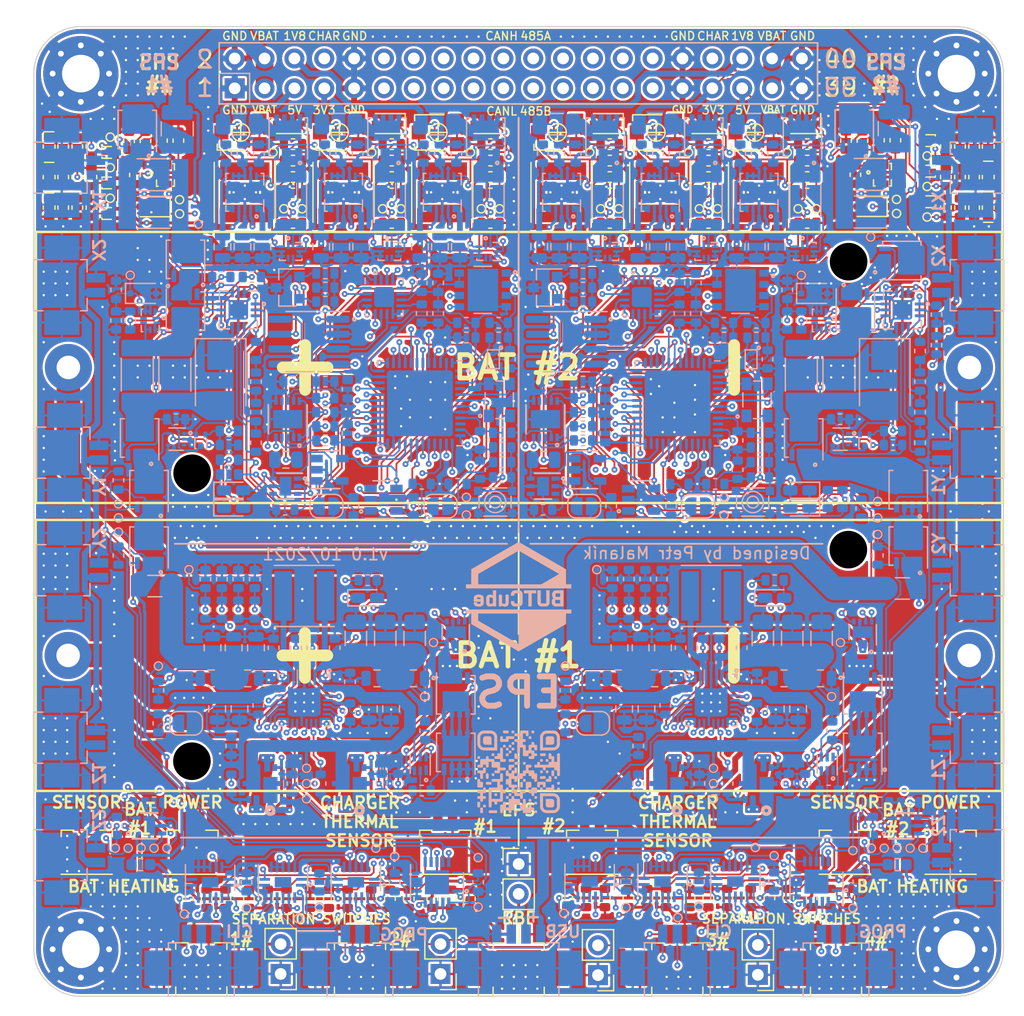
<source format=kicad_pcb>
(kicad_pcb (version 20210623) (generator pcbnew)

  (general
    (thickness 1)
  )

  (paper "A4")
  (title_block
    (title "BUTCube - EPS")
    (date "2021-08-20")
    (rev "v1.0")
    (company "VUT - FIT(STRaDe) & FME(IAE & IPE)")
    (comment 1 "Author: Petr Malaník")
  )

  (layers
    (0 "F.Cu" signal)
    (1 "In1.Cu" power)
    (2 "In2.Cu" mixed)
    (31 "B.Cu" signal)
    (32 "B.Adhes" user "B.Adhesive")
    (33 "F.Adhes" user "F.Adhesive")
    (34 "B.Paste" user)
    (35 "F.Paste" user)
    (36 "B.SilkS" user "B.Silkscreen")
    (37 "F.SilkS" user "F.Silkscreen")
    (38 "B.Mask" user)
    (39 "F.Mask" user)
    (40 "Dwgs.User" user "User.Drawings")
    (41 "Cmts.User" user "User.Comments")
    (42 "Eco1.User" user "User.Eco1")
    (43 "Eco2.User" user "User.Eco2")
    (44 "Edge.Cuts" user)
    (45 "Margin" user)
    (46 "B.CrtYd" user "B.Courtyard")
    (47 "F.CrtYd" user "F.Courtyard")
    (48 "B.Fab" user)
    (49 "F.Fab" user)
    (50 "User.1" user)
    (51 "User.2" user)
    (52 "User.3" user)
    (53 "User.4" user)
    (54 "User.5" user)
    (55 "User.6" user)
    (56 "User.7" user)
    (57 "User.8" user)
    (58 "User.9" user)
  )

  (setup
    (stackup
      (layer "F.SilkS" (type "Top Silk Screen"))
      (layer "F.Paste" (type "Top Solder Paste"))
      (layer "F.Mask" (type "Top Solder Mask") (color "Green") (thickness 0.01))
      (layer "F.Cu" (type "copper") (thickness 0.035))
      (layer "dielectric 1" (type "core") (thickness 0.28) (material "FR4") (epsilon_r 4.5) (loss_tangent 0.02))
      (layer "In1.Cu" (type "copper") (thickness 0.035))
      (layer "dielectric 2" (type "prepreg") (thickness 0.28) (material "FR4") (epsilon_r 4.5) (loss_tangent 0.02))
      (layer "In2.Cu" (type "copper") (thickness 0.035))
      (layer "dielectric 3" (type "core") (thickness 0.28) (material "FR4") (epsilon_r 4.5) (loss_tangent 0.02))
      (layer "B.Cu" (type "copper") (thickness 0.035))
      (layer "B.Mask" (type "Bottom Solder Mask") (color "Green") (thickness 0.01))
      (layer "B.Paste" (type "Bottom Solder Paste"))
      (layer "B.SilkS" (type "Bottom Silk Screen"))
      (copper_finish "Immersion gold")
      (dielectric_constraints no)
    )
    (pad_to_mask_clearance 0)
    (pcbplotparams
      (layerselection 0x00010f0_ffffffff)
      (disableapertmacros false)
      (usegerberextensions true)
      (usegerberattributes false)
      (usegerberadvancedattributes true)
      (creategerberjobfile false)
      (svguseinch false)
      (svgprecision 6)
      (excludeedgelayer true)
      (plotframeref false)
      (viasonmask false)
      (mode 1)
      (useauxorigin false)
      (hpglpennumber 1)
      (hpglpenspeed 20)
      (hpglpendiameter 15.000000)
      (dxfpolygonmode true)
      (dxfimperialunits true)
      (dxfusepcbnewfont true)
      (psnegative false)
      (psa4output false)
      (plotreference true)
      (plotvalue true)
      (plotinvisibletext false)
      (sketchpadsonfab false)
      (subtractmaskfromsilk false)
      (outputformat 1)
      (mirror false)
      (drillshape 0)
      (scaleselection 1)
      (outputdirectory "gerbers")
    )
  )

  (net 0 "")
  (net 1 "Net-(C1-Pad1)")
  (net 2 "/Unit #1/Battery charger/VBUS")
  (net 3 "/Unit #1/MCU/MCU_POWER")
  (net 4 "/Unit #1/Battery charger/SOLAR_IN")
  (net 5 "/USB power/USB_POWER")
  (net 6 "Net-(C6-Pad1)")
  (net 7 "Net-(C6-Pad2)")
  (net 8 "Net-(C7-Pad1)")
  (net 9 "GND")
  (net 10 "Net-(C7-Pad2)")
  (net 11 "Net-(C8-Pad1)")
  (net 12 "/Unit #1/Battery charger/PMID")
  (net 13 "/Unit #1/Battery charger/SYS")
  (net 14 "/Unit #1/Battery charger/REGN")
  (net 15 "/Unit #1/Activation control/PWR_OUT")
  (net 16 "Net-(C29-Pad1)")
  (net 17 "/Unit #1/MCU/OUT_CUR")
  (net 18 "Net-(C32-Pad1)")
  (net 19 "/Unit #1/MCU/VREF")
  (net 20 "Net-(C47-Pad1)")
  (net 21 "/Unit #2/MCU/MCU_POWER")
  (net 22 "/Unit #2/Battery charger/SOLAR_IN")
  (net 23 "Net-(C52-Pad1)")
  (net 24 "Net-(C52-Pad2)")
  (net 25 "Net-(C53-Pad1)")
  (net 26 "Net-(C53-Pad2)")
  (net 27 "Net-(C54-Pad1)")
  (net 28 "/Unit #2/Battery charger/PMID")
  (net 29 "/Unit #2/Battery charger/SYS")
  (net 30 "/Unit #2/Battery charger/REGN")
  (net 31 "/Unit #2/Activation control/PWR_OUT")
  (net 32 "Net-(C75-Pad1)")
  (net 33 "/Unit #2/MCU/OUT_CUR")
  (net 34 "Net-(C78-Pad1)")
  (net 35 "/Unit #2/MCU/VREF")
  (net 36 "Net-(C93-Pad1)")
  (net 37 "Net-(C94-Pad1)")
  (net 38 "/Unit #1/Output control/PWR_OUT")
  (net 39 "Net-(C96-Pad1)")
  (net 40 "Net-(C97-Pad1)")
  (net 41 "/Unit #2/Output control/PWR_OUT")
  (net 42 "Net-(C101-Pad1)")
  (net 43 "Net-(C102-Pad1)")
  (net 44 "Net-(C106-Pad1)")
  (net 45 "Net-(C107-Pad1)")
  (net 46 "Net-(C111-Pad1)")
  (net 47 "Net-(C112-Pad1)")
  (net 48 "Net-(C116-Pad1)")
  (net 49 "Net-(C117-Pad1)")
  (net 50 "Net-(C121-Pad1)")
  (net 51 "Net-(C122-Pad1)")
  (net 52 "/Unit #1/ADC/VBAT_CUR")
  (net 53 "/Unit #2/ADC/VBAT_CUR")
  (net 54 "Net-(C129-Pad1)")
  (net 55 "Net-(C130-Pad1)")
  (net 56 "Net-(C131-Pad1)")
  (net 57 "Net-(C132-Pad1)")
  (net 58 "Net-(C133-Pad1)")
  (net 59 "/Unit #2/Activation control/Activation logic/PWR_IN")
  (net 60 "Net-(C138-Pad1)")
  (net 61 "Net-(C139-Pad1)")
  (net 62 "Net-(C140-Pad1)")
  (net 63 "Net-(C141-Pad1)")
  (net 64 "Net-(C142-Pad1)")
  (net 65 "/Unit #1/Activation control/Activation logic/PWR_IN")
  (net 66 "Net-(D2-Pad2)")
  (net 67 "/Stack connector/CAN_L")
  (net 68 "/Stack connector/CAN_H")
  (net 69 "/Unit #1/ADC/1V8_CUR")
  (net 70 "/Unit #2/ADC/1V8_CUR")
  (net 71 "/Unit #1/ADC/3V3_CUR")
  (net 72 "/Unit #2/ADC/3V3_CUR")
  (net 73 "/Unit #1/ADC/5V_CUR")
  (net 74 "/Unit #2/ADC/5V_CUR")
  (net 75 "/Unit #1/Activation control/PWR_IN")
  (net 76 "/Unit #1/MCU/POWER")
  (net 77 "Net-(F3-Pad2)")
  (net 78 "/Unit #2/Activation control/PWR_IN")
  (net 79 "/Unit #2/MCU/POWER")
  (net 80 "Net-(F6-Pad2)")
  (net 81 "Net-(F7-Pad1)")
  (net 82 "/Unit #1/1V8")
  (net 83 "Net-(F8-Pad1)")
  (net 84 "/Unit #2/1V8")
  (net 85 "Net-(F9-Pad1)")
  (net 86 "/Unit #1/3V3")
  (net 87 "Net-(F10-Pad1)")
  (net 88 "/Unit #2/3V3")
  (net 89 "Net-(F11-Pad1)")
  (net 90 "/Unit #1/5V")
  (net 91 "Net-(F12-Pad1)")
  (net 92 "/Unit #2/5V")
  (net 93 "Net-(F13-Pad1)")
  (net 94 "/Unit #1/VBAT")
  (net 95 "Net-(F14-Pad1)")
  (net 96 "/Unit #2/VBAT")
  (net 97 "Net-(J7-Pad1)")
  (net 98 "/Unit #1/MCU/DBG_TX")
  (net 99 "/Unit #1/MCU/DBG_RX")
  (net 100 "/Unit #1/MCU/SWCLK")
  (net 101 "/Unit #1/MCU/SWDIO")
  (net 102 "/Unit #1/Battery temperature control/NTC_OUT")
  (net 103 "Net-(J11-Pad1)")
  (net 104 "/Stack connector/EPS#1_CHARGE")
  (net 105 "/Stack connector/RS_485_~{B}")
  (net 106 "/Stack connector/RS_485_A")
  (net 107 "/Stack connector/EPS#2_CHARGE")
  (net 108 "Net-(J19-Pad1)")
  (net 109 "/Unit #2/MCU/DBG_TX")
  (net 110 "/Unit #2/MCU/DBG_RX")
  (net 111 "/Unit #2/MCU/SWCLK")
  (net 112 "/Unit #2/MCU/SWDIO")
  (net 113 "/Unit #2/Battery temperature control/NTC_OUT")
  (net 114 "Net-(J23-Pad1)")
  (net 115 "/Activation switches/RBF_PIN")
  (net 116 "/Activation switches/SW_#1")
  (net 117 "/Activation switches/SW_#2")
  (net 118 "/Activation switches/SW_#3")
  (net 119 "/Activation switches/SW_#4")
  (net 120 "Net-(JP1-Pad2)")
  (net 121 "Net-(JP2-Pad1)")
  (net 122 "/Unit #1/MCU/NRST")
  (net 123 "Net-(JP3-Pad1)")
  (net 124 "Net-(JP3-Pad2)")
  (net 125 "Net-(JP4-Pad2)")
  (net 126 "Net-(JP5-Pad1)")
  (net 127 "/Unit #2/MCU/NRST")
  (net 128 "Net-(JP6-Pad1)")
  (net 129 "Net-(JP6-Pad2)")
  (net 130 "Net-(L3-Pad1)")
  (net 131 "Net-(L3-Pad2)")
  (net 132 "Net-(L4-Pad1)")
  (net 133 "Net-(L4-Pad2)")
  (net 134 "Net-(L5-Pad1)")
  (net 135 "Net-(L5-Pad2)")
  (net 136 "Net-(L6-Pad1)")
  (net 137 "Net-(L6-Pad2)")
  (net 138 "Net-(L7-Pad1)")
  (net 139 "Net-(L7-Pad2)")
  (net 140 "Net-(L8-Pad1)")
  (net 141 "Net-(L8-Pad2)")
  (net 142 "Net-(Q1-PadG1)")
  (net 143 "Net-(Q1-PadS1)")
  (net 144 "Net-(Q2-PadG1)")
  (net 145 "Net-(Q2-PadS1)")
  (net 146 "/Unit #1/Activation control/Activation logic/SEP_EN")
  (net 147 "Net-(Q3-Pad5)")
  (net 148 "/Unit #1/Activation control/Activation logic/RBF_EN")
  (net 149 "Net-(Q5-Pad1)")
  (net 150 "Net-(Q5-Pad3)")
  (net 151 "Net-(Q7-Pad1)")
  (net 152 "Net-(Q7-Pad4)")
  (net 153 "Net-(Q7-Pad5)")
  (net 154 "Net-(Q9-PadG1)")
  (net 155 "Net-(Q9-PadS1)")
  (net 156 "Net-(Q10-PadG1)")
  (net 157 "Net-(Q10-PadS1)")
  (net 158 "/Unit #2/Activation control/Activation logic/SEP_EN")
  (net 159 "Net-(Q11-Pad5)")
  (net 160 "/Unit #2/Activation control/Activation logic/RBF_EN")
  (net 161 "Net-(Q13-Pad1)")
  (net 162 "Net-(Q13-Pad3)")
  (net 163 "Net-(Q15-Pad1)")
  (net 164 "Net-(Q15-Pad4)")
  (net 165 "Net-(Q15-Pad5)")
  (net 166 "Net-(Q17-Pad4)")
  (net 167 "Net-(Q17-Pad5)")
  (net 168 "Net-(Q18-Pad1)")
  (net 169 "Net-(Q18-Pad4)")
  (net 170 "Net-(Q19-Pad4)")
  (net 171 "Net-(Q19-Pad5)")
  (net 172 "Net-(Q20-Pad1)")
  (net 173 "Net-(Q20-Pad4)")
  (net 174 "/Unit #1/Power supplies/Power_supply_1V8/PER_POWER")
  (net 175 "/Unit #1/MCU/1V8_EN")
  (net 176 "/Unit #2/Power supplies/Power_supply_1V8/PER_POWER")
  (net 177 "/Unit #2/MCU/1V8_EN")
  (net 178 "/Unit #1/MCU/3V3_EN")
  (net 179 "/Unit #2/MCU/3V3_EN")
  (net 180 "/Unit #1/Power supplies/Power_supply_5V/PER_POWER")
  (net 181 "/Unit #1/MCU/5V_EN")
  (net 182 "/Unit #2/Power supplies/Power_supply_5V/PER_POWER")
  (net 183 "/Unit #2/MCU/5V_EN")
  (net 184 "Net-(Q27-Pad1)")
  (net 185 "/Unit #1/MCU/VBAT_EN")
  (net 186 "Net-(Q28-Pad1)")
  (net 187 "/Unit #2/MCU/VBAT_EN")
  (net 188 "/Unit #1/Battery charger/D+")
  (net 189 "/Unit #1/Battery charger/D-")
  (net 190 "Net-(R5-Pad2)")
  (net 191 "Net-(R6-Pad2)")
  (net 192 "Net-(R7-Pad1)")
  (net 193 "Net-(R8-Pad2)")
  (net 194 "Net-(D1-Pad2)")
  (net 195 "Net-(R11-Pad1)")
  (net 196 "Net-(R16-Pad2)")
  (net 197 "Net-(R17-Pad2)")
  (net 198 "Net-(R18-Pad2)")
  (net 199 "Net-(R21-Pad2)")
  (net 200 "Net-(R22-Pad1)")
  (net 201 "Net-(R24-Pad2)")
  (net 202 "/Unit #1/MCU/VBAT")
  (net 203 "/Unit #1/MCU/VDDUSB")
  (net 204 "Net-(R30-Pad1)")
  (net 205 "/Unit #1/MCU/CAN_RS")
  (net 206 "/Unit #1/MCU/RS_485_R_EN")
  (net 207 "/Unit #1/MCU/RS_485_T_EN")
  (net 208 "/Unit #1/Battery temperature control/EN")
  (net 209 "/Unit #1/Battery temperature control/NTC_REF")
  (net 210 "/Unit #2/Battery charger/D+")
  (net 211 "/Unit #2/Battery charger/D-")
  (net 212 "Net-(R47-Pad2)")
  (net 213 "Net-(R57-Pad2)")
  (net 214 "/Unit #2/MCU/VBAT")
  (net 215 "/Unit #2/MCU/VDDUSB")
  (net 216 "/Unit #2/MCU/CAN_RS")
  (net 217 "/Unit #2/MCU/RS_485_R_EN")
  (net 218 "/Unit #2/MCU/RS_485_T_EN")
  (net 219 "/Unit #2/Battery temperature control/EN")
  (net 220 "/Unit #2/Battery temperature control/NTC_REF")
  (net 221 "Net-(R82-Pad1)")
  (net 222 "Net-(R91-Pad2)")
  (net 223 "Net-(R98-Pad2)")
  (net 224 "Net-(R105-Pad2)")
  (net 225 "Net-(R112-Pad2)")
  (net 226 "Net-(R119-Pad2)")
  (net 227 "/Unit #1/Battery temperature control/~{FAULT}")
  (net 228 "/Unit #2/Battery temperature control/~{FAULT}")
  (net 229 "Net-(TP61-Pad1)")
  (net 230 "Net-(TP62-Pad1)")
  (net 231 "Net-(TP63-Pad1)")
  (net 232 "Net-(TP64-Pad1)")
  (net 233 "Net-(TP67-Pad1)")
  (net 234 "Net-(TP69-Pad1)")
  (net 235 "Net-(TP70-Pad1)")
  (net 236 "Net-(TP71-Pad1)")
  (net 237 "Net-(TP72-Pad1)")
  (net 238 "Net-(TP75-Pad1)")
  (net 239 "/Unit #1/ADC/~{CS}")
  (net 240 "/Unit #1/MCU/SPI_MISO")
  (net 241 "/Unit #1/MCU/SPI_SCK")
  (net 242 "/Unit #1/MCU/SPI_MOSI")
  (net 243 "Net-(D1-Pad1)")
  (net 244 "/Unit #1/Battery charger/SCL")
  (net 245 "/Unit #1/Battery charger/SDA")
  (net 246 "/Unit #1/Battery charger/~{INT}")
  (net 247 "/Unit #1/MCU/WDG_RESET")
  (net 248 "/Unit #1/MCU/FRAM_CS")
  (net 249 "/Unit #1/MCU/LSE")
  (net 250 "/Unit #1/MCU/HSE")
  (net 251 "/Unit #1/Battery charger/BAT_ALERT")
  (net 252 "/Unit #1/MCU/RS_485_R")
  (net 253 "/Unit #1/MCU/RS_485_T")
  (net 254 "/Unit #1/MCU/CAN_RX")
  (net 255 "/Unit #1/MCU/CAN_TX")
  (net 256 "/Unit #2/ADC/~{CS}")
  (net 257 "/Unit #2/MCU/SPI_MISO")
  (net 258 "/Unit #2/MCU/SPI_SCK")
  (net 259 "/Unit #2/MCU/SPI_MOSI")
  (net 260 "Net-(D5-Pad1)")
  (net 261 "/Unit #2/Battery charger/SCL")
  (net 262 "/Unit #2/Battery charger/SDA")
  (net 263 "/Unit #2/Battery charger/~{INT}")
  (net 264 "/Unit #2/MCU/WDG_RESET")
  (net 265 "/Unit #2/MCU/FRAM_CS")
  (net 266 "/Unit #2/MCU/LSE")
  (net 267 "/Unit #2/MCU/HSE")
  (net 268 "/Unit #2/Battery charger/BAT_ALERT")
  (net 269 "/Unit #2/MCU/RS_485_R")
  (net 270 "/Unit #2/MCU/RS_485_T")
  (net 271 "/Unit #2/MCU/CAN_RX")
  (net 272 "/Unit #2/MCU/CAN_TX")
  (net 273 "Net-(U52-Pad6)")
  (net 274 "Net-(U53-Pad8)")
  (net 275 "Net-(U54-Pad12)")
  (net 276 "Net-(U48-Pad6)")
  (net 277 "Net-(U48-Pad8)")
  (net 278 "Net-(U48-Pad12)")
  (net 279 "Net-(U49-Pad10)")
  (net 280 "Net-(U49-Pad8)")
  (net 281 "Net-(U49-Pad12)")
  (net 282 "Net-(U50-Pad12)")
  (net 283 "Net-(U52-Pad8)")
  (net 284 "Net-(U52-Pad12)")
  (net 285 "Net-(U53-Pad10)")
  (net 286 "Net-(U53-Pad12)")
  (net 287 "Net-(D4-Pad1)")
  (net 288 "Net-(D7-Pad1)")
  (net 289 "Net-(D7-Pad2)")
  (net 290 "Net-(D8-Pad2)")
  (net 291 "Net-(D10-Pad1)")
  (net 292 "Net-(D11-Pad1)")
  (net 293 "/Unit #1/MCU/LED1")
  (net 294 "/Unit #1/MCU/LED2")
  (net 295 "Net-(R41-Pad1)")
  (net 296 "Net-(R46-Pad2)")
  (net 297 "Net-(R48-Pad1)")
  (net 298 "Net-(R49-Pad2)")
  (net 299 "Net-(R52-Pad1)")
  (net 300 "Net-(R58-Pad2)")
  (net 301 "Net-(R59-Pad2)")
  (net 302 "Net-(R62-Pad2)")
  (net 303 "Net-(R63-Pad1)")
  (net 304 "Net-(R65-Pad2)")
  (net 305 "Net-(R71-Pad1)")
  (net 306 "/Unit #2/MCU/LED1")
  (net 307 "/Unit #2/MCU/LED2")
  (net 308 "Net-(R84-Pad1)")
  (net 309 "Net-(R86-Pad1)")
  (net 310 "Net-(R88-Pad2)")
  (net 311 "Net-(R89-Pad1)")
  (net 312 "Net-(R95-Pad2)")
  (net 313 "Net-(R96-Pad1)")
  (net 314 "Net-(R102-Pad2)")
  (net 315 "Net-(R103-Pad1)")
  (net 316 "Net-(R109-Pad2)")
  (net 317 "Net-(R110-Pad1)")
  (net 318 "Net-(R116-Pad2)")
  (net 319 "Net-(R117-Pad1)")
  (net 320 "Net-(R123-Pad2)")
  (net 321 "Net-(R124-Pad1)")
  (net 322 "Net-(R126-Pad2)")
  (net 323 "Net-(R132-Pad2)")
  (net 324 "Net-(R137-Pad2)")
  (net 325 "/Unit #1/Battery charger/BAT+")
  (net 326 "/Unit #2/Battery charger/BAT+")
  (net 327 "/Unit #1/ADC/VBAT_DIV")
  (net 328 "/Unit #1/ADC/3V3_DIV")
  (net 329 "/Unit #1/ADC/5V_DIV")
  (net 330 "/Unit #2/ADC/VBAT_DIV")
  (net 331 "/Unit #2/ADC/3V3_DIV")
  (net 332 "/Unit #2/ADC/5V_DIV")
  (net 333 "unconnected-(J12-Pad11)")
  (net 334 "unconnected-(J12-Pad12)")
  (net 335 "unconnected-(J12-Pad13)")
  (net 336 "unconnected-(J12-Pad14)")
  (net 337 "unconnected-(J12-Pad15)")
  (net 338 "unconnected-(J12-Pad16)")
  (net 339 "unconnected-(J12-Pad17)")
  (net 340 "unconnected-(J12-Pad18)")
  (net 341 "unconnected-(J12-Pad23)")
  (net 342 "unconnected-(J12-Pad24)")
  (net 343 "unconnected-(J12-Pad25)")
  (net 344 "unconnected-(J12-Pad26)")
  (net 345 "unconnected-(J12-Pad27)")
  (net 346 "unconnected-(J12-Pad28)")
  (net 347 "unconnected-(J12-Pad29)")
  (net 348 "unconnected-(J12-Pad30)")
  (net 349 "/Unit #1/ADC/CONV_EN")
  (net 350 "Net-(Q29-Pad3)")
  (net 351 "Net-(Q30-Pad3)")
  (net 352 "Net-(Q31-Pad3)")
  (net 353 "/Unit #2/ADC/CONV_EN")
  (net 354 "Net-(Q32-Pad3)")
  (net 355 "Net-(Q33-Pad3)")
  (net 356 "Net-(Q34-Pad3)")
  (net 357 "unconnected-(U6-Pad3)")
  (net 358 "unconnected-(U8-Pad3)")
  (net 359 "unconnected-(U9-Pad4)")
  (net 360 "unconnected-(U9-Pad10)")
  (net 361 "unconnected-(U10-Pad3)")
  (net 362 "unconnected-(U12-Pad7)")
  (net 363 "unconnected-(U19-Pad3)")
  (net 364 "unconnected-(U21-Pad3)")
  (net 365 "unconnected-(U22-Pad4)")
  (net 366 "unconnected-(U22-Pad10)")
  (net 367 "unconnected-(U23-Pad3)")
  (net 368 "unconnected-(U25-Pad7)")
  (net 369 "unconnected-(U27-Pad1)")
  (net 370 "unconnected-(U30-Pad1)")
  (net 371 "unconnected-(U50-Pad8)")
  (net 372 "unconnected-(U54-Pad8)")
  (net 373 "unconnected-(X1-Pad1)")
  (net 374 "unconnected-(X3-Pad1)")
  (net 375 "/Unit #2/Battery charger/VBUS")

  (footprint "Diode_SMD:D_SOD-323F" (layer "F.Cu") (at 95.1 59.325 180))

  (footprint "TCY_passives:R_0603_1608Metric" (layer "F.Cu") (at 163.8 54.2 90))

  (footprint "TCY_passives:R_0603_1608Metric" (layer "F.Cu") (at 93.1 53.725 90))

  (footprint "TCY_passives:D_0603_1608Metric" (layer "F.Cu") (at 86.3 56.8 -90))

  (footprint "MountingHole:MountingHole_3.2mm_M3_Pad_Via" (layer "F.Cu") (at 89 122.5))

  (footprint "TCY_passives:R_0603_1608Metric" (layer "F.Cu") (at 107.05 58.2))

  (footprint "TCY_connectors:TestPoint_Pad_D0.5mm" (layer "F.Cu") (at 158.4 59.9))

  (footprint "TCY_connectors:Amphenol_10114830-11102LF_1x02_P1.25mm_Horizontal" (layer "F.Cu") (at 99.25 122))

  (footprint "TCY_passives:R_0603_1608Metric" (layer "F.Cu") (at 113.7 118.2 -90))

  (footprint "TCY_passives:R_0603_1608Metric" (layer "F.Cu") (at 151.187255 118.138244 -90))

  (footprint "TCY_passives:R_0603_1608Metric" (layer "F.Cu") (at 162.6 54.2 -90))

  (footprint "TCY_IC:DFN-3_1.2x1.2mm" (layer "F.Cu") (at 161 53.7))

  (footprint "Connector_PinHeader_2.54mm:PinHeader_1x02_P2.54mm_Vertical" (layer "F.Cu") (at 146.6 124.675 180))

  (footprint "TCY_passives:R_0603_1608Metric" (layer "F.Cu") (at 115.45 55.4))

  (footprint "TCY_passives:R_0603_1608Metric" (layer "F.Cu") (at 150.8 54 180))

  (footprint "TCY_passives:R_0603_1608Metric" (layer "F.Cu") (at 89.9 54.2 90))

  (footprint "TCY_passives:R_0603_1608Metric" (layer "F.Cu") (at 131.987255 118.138244 90))

  (footprint "TCY_passives:D_0603_1608Metric" (layer "F.Cu") (at 86.3 54.2 -90))

  (footprint "TCY_passives:C_0603_1608Metric" (layer "F.Cu") (at 165 54.2 90))

  (footprint "TCY_passives:R_0603_1608Metric" (layer "F.Cu") (at 88.7 54.2 -90))

  (footprint "TCY_connectors:TestPoint_Pad_D0.5mm" (layer "F.Cu") (at 114.675 59.5))

  (footprint "TCY_passives:R_0603_1608Metric" (layer "F.Cu") (at 89.9 56.8 90))

  (footprint "TCY_connectors:TestPoint_Pad_D0.5mm" (layer "F.Cu") (at 107.825 59.5))

  (footprint "TCY_connectors:TestPoint_Pad_D0.5mm" (layer "F.Cu") (at 124.625 59.5))

  (footprint "TCY_IC:DFN-3_1.2x1.2mm" (layer "F.Cu") (at 91.5 54.7 180))

  (footprint "Diode_SMD:D_SOD-323F" (layer "F.Cu") (at 106.7 52.25 180))

  (footprint "TCY_passives:C_0603_1608Metric" (layer "F.Cu") (at 138.787255 118.138244 -90))

  (footprint "TCY_passives:R_0603_1608Metric" (layer "F.Cu") (at 120.5 118.2 90))

  (footprint "Diode_SMD:D_SOD-323F" (layer "F.Cu") (at 133.65 52.25 180))

  (footprint "Package_DFN_QFN:UQFN-10_1.4x1.8mm_P0.4mm" (layer "F.Cu") (at 157.2 56.6))

  (footprint "TCY_connectors:TestPoint_Pad_D0.5mm" (layer "F.Cu") (at 105.35 54.7))

  (footprint "TCY_passives:C_0603_1608Metric" (layer "F.Cu") (at 93.6 56.625 90))

  (footprint "TCY_passives:C_0603_1608Metric" (layer "F.Cu") (at 115.45 60.7))

  (footprint "TCY_connectors:TestPoint_Pad_D0.5mm" (layer "F.Cu") (at 143.175 59.5))

  (footprint "TCY_connectors:Amphenol_10114830-11102LF_1x02_P1.25mm_Horizontal" (layer "F.Cu") (at 126.25 122.02))

  (footprint "TCY_passives:R_0603_1608Metric" (layer "F.Cu") (at 123.85 54 180))

  (footprint "TCY_passives:RV_3x3.6" (layer "F.Cu") (at 102.6 53 90))

  (footprint "TCY_passives:R_0603_1608Metric" (layer "F.Cu") (at 137.187255 118.138244 90))

  (footprint "TCY_passives:R_0603_1608Metric" (layer "F.Cu") (at 115.3 118.2 90))

  (footprint "TCY_passives:R_0603_1608Metric" (layer "F.Cu") (at 147.587255 118.138244 90))

  (footprint "TCY_connectors:TestPoint_Pad_D0.5mm" (layer "F.Cu") (at 158.4 58.7))

  (footprint "TCY_IC:DFN-3_1.2x1.2mm" (layer "F.Cu") (at 161 58.9))

  (footprint "TCY_passives:C_0603_1608Metric" (layer "F.Cu") (at 154.387255 118.138244 -90))

  (footprint "TCY_passives:C_0603_1608Metric" (layer "F.Cu") (at 106.5 118.2 -90))

  (footprint "Diode_SMD:D_SOD-323F" (layer "F.Cu") (at 123.5 52.25 180))

  (footprint "TCY_passives:R_0603_1608Metric" (layer "F.Cu") (at 94.5 53.725 90))

  (footprint "TCY_connectors:TestPoint_Pad_D0.5mm" (layer "F.Cu") (at 140.7 54.7))

  (footprint "TCY_connectors:TestPoint_Pad_D0.5mm" (layer "F.Cu") (at 150.025 59.5))

  (footprint "TCY_passives:R_0603_1608Metric" (layer "F.Cu") (at 145.987255 118.138244 -90))

  (footprint "TCY_passives:R_0603_1608Metric" (layer "F.Cu") (at 150.8 56.8 180))

  (footprint "TCY_passives:R_0603_1608Metric" (layer "F.Cu") (at 89.9 59.4 90))

  (footprint "Inductor_SMD:L_Taiyo-Yuden_MD-5050" (layer "F.Cu") (at 129.9 58.1 -90))

  (footprint "TCY_passives:C_0603_1608Metric" (layer "F.Cu") (at 156.9 53.675 90))

  (footprint "TCY_connectors:TestPoint_Pad_D0.5mm" (layer "F.Cu") (at 97.4 59.925))

  (footprint "TCY_connectors:TestPoint_Pad_D0.5mm" (layer "F.Cu") (at 132.3 54.7))

  (footprint "Inductor_SMD:L_Taiyo-Yuden_MD-5050" (layer "F.Cu") (at 119.75 58.1 -90))

  (footprint "TCY_passives:R_0603_1608Metric" (layer "F.Cu") (at 155.5 53.7 90))

  (footprint "TCY_passives:R_0603_1608Metric" (layer "F.Cu") (at 150.8 58.2))

  (footprint "Connector_PinHeader_2.54mm:PinHeader_1x02_P2.54mm_Vertical" (layer "F.Cu") (at 106 124.6 180))

  (footprint "TCY_passives:R_0603_1608Metric" (layer "F.Cu") (at 107.05 54 180))

  (footprint "TCY_passives:C_0603_1608Metric" (layer "F.Cu") (at 165 59.4 90))

  (footprint "TCY_passives:R_0603_1608Metric" (layer "F.Cu") (at 150.8 55.4))

  (footprint "TCY_passives:C_0603_1608Metric" (layer "F.Cu") (at 116.9 118.2 -90))

  (footprint "TCY_passives:R_0603_1608Metric" (layer "F.Cu") (at 154.1 53.7 90))

  (footprint "Package_DFN_QFN:UQFN-10_1.4x1.8mm_P0.4mm" (layer "F.Cu")
    (tedit 5A2A91D4) (tstamp 6fcd3d2c-36d3-423d-8e2c-23dac20131b9)
    (at 96.2 56.625)
    (descr "UQFN 10pin, https://www.onsemi.com/pub/Collateral/488AT.PDF")
    (tags "UQFN-10_1.4x1.8mm_P0.4mm")
    (property "Sheetfile" "Power_VBAT.kicad_sch")
    (property "Sheetname" "Power_VBAT")
    (path "/3fbfe5f5-450c-4c51-813c-f3d5ddddd4e3/e90aa45b-e371-4d9f-a40f-45b62d6b0cc2/4813e8c7-3f5a-4c5f-98f0-ec2a381e611e/4bc5bfce-3c4b-49ff-9663-b05430efc8b8")
    (attr smd)
    (fp_text reference "U45" (at 0 -2) (layer "F.SilkS") hide
      (effects (font (size 1 1) (thickness 0.15)))
      (tstamp 2536d4d6-7fe0-4e32-9806-e50fdf6ade3a)
    )
    (fp_text value "INA199x2" (at 0 2) (layer "F.Fab")
      (effects (font (size 1 1) (thickness 0.15)))
      (tstamp f1b0f1d0-f76b-42da-a158-6ff28f8eadb5)
    )
    (fp_text user "${REFERENCE}" (at 0 0) (layer "F.Fab") hide
      (effects (font (size 0.5 0.5) (thickness 0.05)))
      (tstamp 18fb1093-2330-4829-9935-a6e317da6020)
    )
    (fp_line (start -0.76 0.96) (end -0.76 0.425) (layer "F.SilkS") (width 0.12) (tstamp 17e17e0f-c3dc-4eca-9c64-c01ec286b384))
    (fp_line (start 0.76 0.96) (end 0.625 0.96) (layer "F.SilkS") (width 0.12) (tstamp 346d2651-bc2a-436a-b11e-a270a846830e))
    (fp_line (start 0.76 0.96) (end 0.76 0.425) (layer "F.SilkS") (width 0.12) (tstamp 51525e0a-6ae8-4438-8c59-8974c93bc818))
    (fp_line (start 0.76 -0.425) (end 0.76 -0.96) (layer "F.SilkS") (width 0.12) (tstamp 842cbdb1-0da3-4b0e-988a-951afed495e5))
    (fp_line (start 0.76 -0.96) (end 0.625 -0.96) (layer "F.SilkS") (width 0.12) (tstamp 9152e217-5465-4b5e-8795-57095b927576))
    (fp_line (start -0.625 0.96) (end -0.76 0.96) (layer "F.SilkS") (width 0.12) (tstamp c570c45a-6333-484e-b7c1-bd62e1943d21))
    (fp_line (start 1.1 -1.3) (end -1.1 -1.3) (layer "F.CrtYd") (width 0.05) (tstamp 598bffb3-bc73-4130-9747-677818014eeb))
... [9005289 chars truncated]
</source>
